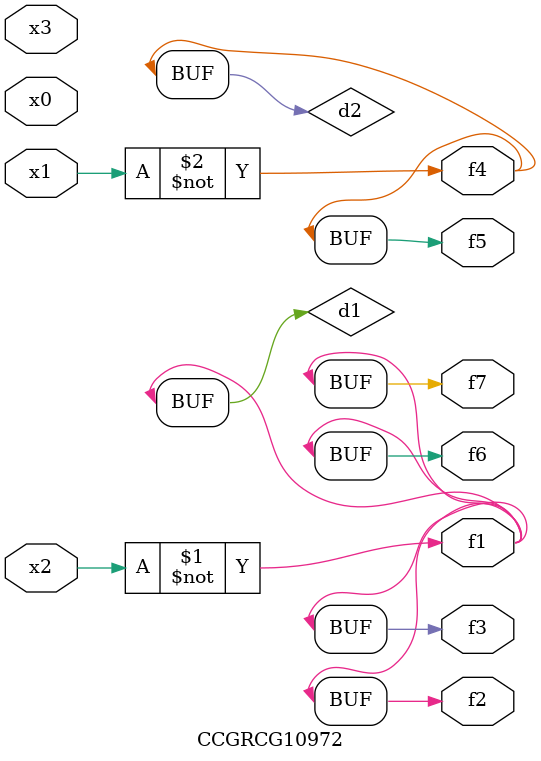
<source format=v>
module CCGRCG10972(
	input x0, x1, x2, x3,
	output f1, f2, f3, f4, f5, f6, f7
);

	wire d1, d2;

	xnor (d1, x2);
	not (d2, x1);
	assign f1 = d1;
	assign f2 = d1;
	assign f3 = d1;
	assign f4 = d2;
	assign f5 = d2;
	assign f6 = d1;
	assign f7 = d1;
endmodule

</source>
